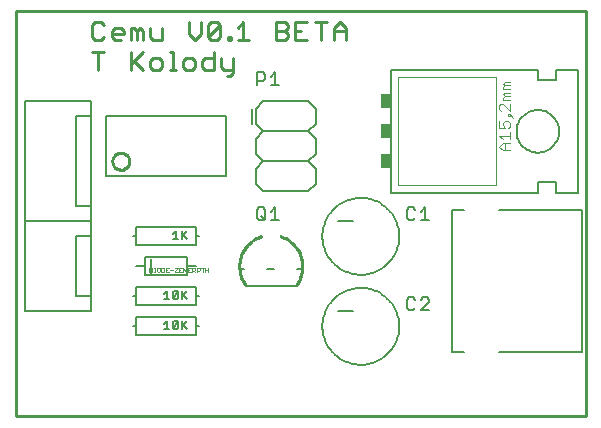
<source format=gto>
G75*
G70*
%OFA0B0*%
%FSLAX24Y24*%
%IPPOS*%
%LPD*%
%AMOC8*
5,1,8,0,0,1.08239X$1,22.5*
%
%ADD10C,0.0110*%
%ADD11C,0.0080*%
%ADD12C,0.0100*%
%ADD13C,0.0060*%
%ADD14C,0.0020*%
%ADD15C,0.0040*%
%ADD16R,0.0350X0.0500*%
%ADD17C,0.0050*%
%ADD18C,0.0010*%
D10*
X007280Y011588D02*
X007379Y011588D01*
X007477Y011687D01*
X007477Y012179D01*
X007084Y012179D02*
X007084Y011883D01*
X007182Y011785D01*
X007477Y011785D01*
X006833Y011785D02*
X006538Y011785D01*
X006439Y011883D01*
X006439Y012080D01*
X006538Y012179D01*
X006833Y012179D01*
X006833Y012376D02*
X006833Y011785D01*
X006188Y011883D02*
X006188Y012080D01*
X006090Y012179D01*
X005893Y012179D01*
X005795Y012080D01*
X005795Y011883D01*
X005893Y011785D01*
X006090Y011785D01*
X006188Y011883D01*
X005562Y011785D02*
X005365Y011785D01*
X005463Y011785D02*
X005463Y012376D01*
X005365Y012376D01*
X005114Y012080D02*
X005016Y012179D01*
X004819Y012179D01*
X004720Y012080D01*
X004720Y011883D01*
X004819Y011785D01*
X005016Y011785D01*
X005114Y011883D01*
X005114Y012080D01*
X004470Y011785D02*
X004174Y012080D01*
X004076Y011982D02*
X004470Y012376D01*
X004076Y012376D02*
X004076Y011785D01*
X003180Y012376D02*
X002787Y012376D01*
X002984Y012376D02*
X002984Y011785D01*
X002885Y012785D02*
X003082Y012785D01*
X003180Y012883D01*
X003431Y012883D02*
X003431Y013080D01*
X003530Y013179D01*
X003727Y013179D01*
X003825Y013080D01*
X003825Y012982D01*
X003431Y012982D01*
X003431Y012883D02*
X003530Y012785D01*
X003727Y012785D01*
X004076Y012785D02*
X004076Y013179D01*
X004174Y013179D01*
X004273Y013080D01*
X004371Y013179D01*
X004470Y013080D01*
X004470Y012785D01*
X004273Y012785D02*
X004273Y013080D01*
X004720Y013179D02*
X004720Y012883D01*
X004819Y012785D01*
X005114Y012785D01*
X005114Y013179D01*
X006009Y013376D02*
X006009Y012982D01*
X006206Y012785D01*
X006403Y012982D01*
X006403Y013376D01*
X006654Y013277D02*
X006752Y013376D01*
X006949Y013376D01*
X007048Y013277D01*
X006654Y012883D01*
X006752Y012785D01*
X006949Y012785D01*
X007048Y012883D01*
X007048Y013277D01*
X006654Y013277D02*
X006654Y012883D01*
X007299Y012883D02*
X007299Y012785D01*
X007397Y012785D01*
X007397Y012883D01*
X007299Y012883D01*
X007621Y012785D02*
X008014Y012785D01*
X007818Y012785D02*
X007818Y013376D01*
X007621Y013179D01*
X008910Y013080D02*
X009205Y013080D01*
X009303Y012982D01*
X009303Y012883D01*
X009205Y012785D01*
X008910Y012785D01*
X008910Y013376D01*
X009205Y013376D01*
X009303Y013277D01*
X009303Y013179D01*
X009205Y013080D01*
X009554Y013080D02*
X009751Y013080D01*
X009554Y012785D02*
X009948Y012785D01*
X009554Y012785D02*
X009554Y013376D01*
X009948Y013376D01*
X010199Y013376D02*
X010593Y013376D01*
X010396Y013376D02*
X010396Y012785D01*
X010843Y012785D02*
X010843Y013179D01*
X011040Y013376D01*
X011237Y013179D01*
X011237Y012785D01*
X011237Y013080D02*
X010843Y013080D01*
X003180Y013277D02*
X003082Y013376D01*
X002885Y013376D01*
X002787Y013277D01*
X002787Y012883D01*
X002885Y012785D01*
D11*
X003232Y010230D02*
X003232Y008630D01*
X003232Y008830D01*
X003232Y008630D02*
X003232Y008230D01*
X007232Y008230D01*
X007232Y010230D01*
X003232Y010230D01*
X008100Y009980D02*
X008100Y010480D01*
X008232Y010480D02*
X008232Y009980D01*
X008482Y009730D01*
X009982Y009730D01*
X010232Y009480D01*
X010232Y008980D01*
X009982Y008730D01*
X008482Y008730D01*
X008232Y008480D01*
X008232Y007980D01*
X008482Y007730D01*
X009982Y007730D01*
X010232Y007980D01*
X010232Y008480D01*
X009982Y008730D01*
X009982Y009730D02*
X010232Y009980D01*
X010232Y010480D01*
X009982Y010730D01*
X008482Y010730D01*
X008232Y010480D01*
X008272Y011270D02*
X008272Y011690D01*
X008482Y011690D01*
X008552Y011620D01*
X008552Y011480D01*
X008482Y011410D01*
X008272Y011410D01*
X008732Y011270D02*
X009012Y011270D01*
X008872Y011270D02*
X008872Y011690D01*
X008732Y011550D01*
X008482Y009730D02*
X008232Y009480D01*
X008232Y008980D01*
X008482Y008730D01*
X008482Y007190D02*
X008342Y007190D01*
X008272Y007120D01*
X008272Y006840D01*
X008342Y006770D01*
X008482Y006770D01*
X008552Y006840D01*
X008552Y007120D01*
X008482Y007190D01*
X008732Y007050D02*
X008872Y007190D01*
X008872Y006770D01*
X008732Y006770D02*
X009012Y006770D01*
X008552Y006770D02*
X008412Y006910D01*
X006332Y006230D02*
X006232Y006230D01*
X006232Y005930D01*
X004232Y005930D01*
X004232Y006230D01*
X004132Y006230D01*
X004232Y006230D02*
X004232Y006530D01*
X006232Y006530D01*
X006232Y006230D01*
X005932Y005530D02*
X005932Y005230D01*
X006232Y005230D01*
X005932Y005230D02*
X005932Y004930D01*
X004532Y004930D01*
X004532Y005230D01*
X004232Y005230D01*
X004532Y005230D02*
X004532Y005530D01*
X005932Y005530D01*
X004732Y005480D02*
X004732Y004980D01*
X004232Y004530D02*
X006232Y004530D01*
X006232Y004230D01*
X006332Y004230D01*
X006232Y004230D02*
X006232Y003930D01*
X004232Y003930D01*
X004232Y004230D01*
X004132Y004230D01*
X004232Y004230D02*
X004232Y004530D01*
X004232Y003530D02*
X006232Y003530D01*
X006232Y003230D01*
X006332Y003230D01*
X006232Y003230D02*
X006232Y002930D01*
X004232Y002930D01*
X004232Y003230D01*
X004132Y003230D01*
X004232Y003230D02*
X004232Y003530D01*
X007687Y005130D02*
X007845Y005130D01*
X007907Y004580D02*
X009556Y004580D01*
X009619Y005130D02*
X009777Y005130D01*
X008845Y005130D02*
X008619Y005130D01*
X010982Y003730D02*
X011482Y003730D01*
X010452Y003230D02*
X010454Y003301D01*
X010460Y003372D01*
X010470Y003443D01*
X010484Y003512D01*
X010501Y003581D01*
X010523Y003649D01*
X010548Y003716D01*
X010577Y003781D01*
X010609Y003844D01*
X010645Y003906D01*
X010684Y003965D01*
X010727Y004022D01*
X010772Y004077D01*
X010821Y004129D01*
X010872Y004178D01*
X010926Y004224D01*
X010983Y004268D01*
X011041Y004308D01*
X011102Y004344D01*
X011165Y004378D01*
X011230Y004407D01*
X011296Y004433D01*
X011364Y004456D01*
X011432Y004474D01*
X011502Y004489D01*
X011572Y004500D01*
X011643Y004507D01*
X011714Y004510D01*
X011785Y004509D01*
X011856Y004504D01*
X011927Y004495D01*
X011997Y004482D01*
X012066Y004466D01*
X012134Y004445D01*
X012201Y004421D01*
X012267Y004393D01*
X012330Y004361D01*
X012392Y004326D01*
X012452Y004288D01*
X012510Y004246D01*
X012565Y004202D01*
X012618Y004154D01*
X012668Y004103D01*
X012715Y004050D01*
X012759Y003994D01*
X012800Y003936D01*
X012838Y003875D01*
X012872Y003813D01*
X012902Y003748D01*
X012929Y003683D01*
X012953Y003615D01*
X012972Y003547D01*
X012988Y003478D01*
X013000Y003407D01*
X013008Y003337D01*
X013012Y003266D01*
X013012Y003194D01*
X013008Y003123D01*
X013000Y003053D01*
X012988Y002982D01*
X012972Y002913D01*
X012953Y002845D01*
X012929Y002777D01*
X012902Y002712D01*
X012872Y002647D01*
X012838Y002585D01*
X012800Y002524D01*
X012759Y002466D01*
X012715Y002410D01*
X012668Y002357D01*
X012618Y002306D01*
X012565Y002258D01*
X012510Y002214D01*
X012452Y002172D01*
X012392Y002134D01*
X012330Y002099D01*
X012267Y002067D01*
X012201Y002039D01*
X012134Y002015D01*
X012066Y001994D01*
X011997Y001978D01*
X011927Y001965D01*
X011856Y001956D01*
X011785Y001951D01*
X011714Y001950D01*
X011643Y001953D01*
X011572Y001960D01*
X011502Y001971D01*
X011432Y001986D01*
X011364Y002004D01*
X011296Y002027D01*
X011230Y002053D01*
X011165Y002082D01*
X011102Y002116D01*
X011041Y002152D01*
X010983Y002192D01*
X010926Y002236D01*
X010872Y002282D01*
X010821Y002331D01*
X010772Y002383D01*
X010727Y002438D01*
X010684Y002495D01*
X010645Y002554D01*
X010609Y002616D01*
X010577Y002679D01*
X010548Y002744D01*
X010523Y002811D01*
X010501Y002879D01*
X010484Y002948D01*
X010470Y003017D01*
X010460Y003088D01*
X010454Y003159D01*
X010452Y003230D01*
X013272Y003840D02*
X013342Y003770D01*
X013482Y003770D01*
X013552Y003840D01*
X013732Y003770D02*
X014012Y004050D01*
X014012Y004120D01*
X013942Y004190D01*
X013802Y004190D01*
X013732Y004120D01*
X013552Y004120D02*
X013482Y004190D01*
X013342Y004190D01*
X013272Y004120D01*
X013272Y003840D01*
X013732Y003770D02*
X014012Y003770D01*
X014779Y002368D02*
X015173Y002368D01*
X014779Y002368D02*
X014779Y007092D01*
X015173Y007092D01*
X016354Y007092D02*
X019110Y007092D01*
X019110Y002368D01*
X016354Y002368D01*
X010452Y006230D02*
X010454Y006301D01*
X010460Y006372D01*
X010470Y006443D01*
X010484Y006512D01*
X010501Y006581D01*
X010523Y006649D01*
X010548Y006716D01*
X010577Y006781D01*
X010609Y006844D01*
X010645Y006906D01*
X010684Y006965D01*
X010727Y007022D01*
X010772Y007077D01*
X010821Y007129D01*
X010872Y007178D01*
X010926Y007224D01*
X010983Y007268D01*
X011041Y007308D01*
X011102Y007344D01*
X011165Y007378D01*
X011230Y007407D01*
X011296Y007433D01*
X011364Y007456D01*
X011432Y007474D01*
X011502Y007489D01*
X011572Y007500D01*
X011643Y007507D01*
X011714Y007510D01*
X011785Y007509D01*
X011856Y007504D01*
X011927Y007495D01*
X011997Y007482D01*
X012066Y007466D01*
X012134Y007445D01*
X012201Y007421D01*
X012267Y007393D01*
X012330Y007361D01*
X012392Y007326D01*
X012452Y007288D01*
X012510Y007246D01*
X012565Y007202D01*
X012618Y007154D01*
X012668Y007103D01*
X012715Y007050D01*
X012759Y006994D01*
X012800Y006936D01*
X012838Y006875D01*
X012872Y006813D01*
X012902Y006748D01*
X012929Y006683D01*
X012953Y006615D01*
X012972Y006547D01*
X012988Y006478D01*
X013000Y006407D01*
X013008Y006337D01*
X013012Y006266D01*
X013012Y006194D01*
X013008Y006123D01*
X013000Y006053D01*
X012988Y005982D01*
X012972Y005913D01*
X012953Y005845D01*
X012929Y005777D01*
X012902Y005712D01*
X012872Y005647D01*
X012838Y005585D01*
X012800Y005524D01*
X012759Y005466D01*
X012715Y005410D01*
X012668Y005357D01*
X012618Y005306D01*
X012565Y005258D01*
X012510Y005214D01*
X012452Y005172D01*
X012392Y005134D01*
X012330Y005099D01*
X012267Y005067D01*
X012201Y005039D01*
X012134Y005015D01*
X012066Y004994D01*
X011997Y004978D01*
X011927Y004965D01*
X011856Y004956D01*
X011785Y004951D01*
X011714Y004950D01*
X011643Y004953D01*
X011572Y004960D01*
X011502Y004971D01*
X011432Y004986D01*
X011364Y005004D01*
X011296Y005027D01*
X011230Y005053D01*
X011165Y005082D01*
X011102Y005116D01*
X011041Y005152D01*
X010983Y005192D01*
X010926Y005236D01*
X010872Y005282D01*
X010821Y005331D01*
X010772Y005383D01*
X010727Y005438D01*
X010684Y005495D01*
X010645Y005554D01*
X010609Y005616D01*
X010577Y005679D01*
X010548Y005744D01*
X010523Y005811D01*
X010501Y005879D01*
X010484Y005948D01*
X010470Y006017D01*
X010460Y006088D01*
X010454Y006159D01*
X010452Y006230D01*
X010982Y006730D02*
X011482Y006730D01*
X013272Y006840D02*
X013342Y006770D01*
X013482Y006770D01*
X013552Y006840D01*
X013482Y006770D01*
X013342Y006770D01*
X013272Y006840D01*
X013272Y007120D01*
X013342Y007190D01*
X013482Y007190D01*
X013552Y007120D01*
X013482Y007190D01*
X013342Y007190D01*
X013272Y007120D01*
X013272Y006840D01*
X013732Y006770D02*
X014012Y006770D01*
X013732Y006770D01*
X013872Y006770D02*
X013872Y007190D01*
X013732Y007050D01*
X013872Y007190D01*
X013872Y006770D01*
D12*
X019232Y000230D02*
X000232Y000230D01*
X000232Y013730D01*
X019232Y013730D01*
X019232Y000230D01*
X003449Y008730D02*
X003451Y008763D01*
X003457Y008796D01*
X003467Y008829D01*
X003480Y008859D01*
X003497Y008888D01*
X003518Y008915D01*
X003541Y008939D01*
X003567Y008960D01*
X003595Y008978D01*
X003626Y008992D01*
X003657Y009003D01*
X003690Y009010D01*
X003724Y009013D01*
X003757Y009012D01*
X003790Y009007D01*
X003823Y008998D01*
X003854Y008985D01*
X003883Y008969D01*
X003910Y008950D01*
X003935Y008927D01*
X003957Y008902D01*
X003976Y008874D01*
X003991Y008844D01*
X004003Y008813D01*
X004011Y008780D01*
X004015Y008747D01*
X004015Y008713D01*
X004011Y008680D01*
X004003Y008647D01*
X003991Y008616D01*
X003976Y008586D01*
X003957Y008558D01*
X003935Y008533D01*
X003910Y008510D01*
X003883Y008491D01*
X003854Y008475D01*
X003823Y008462D01*
X003790Y008453D01*
X003757Y008448D01*
X003724Y008447D01*
X003690Y008450D01*
X003657Y008457D01*
X003626Y008468D01*
X003595Y008482D01*
X003567Y008500D01*
X003541Y008521D01*
X003518Y008545D01*
X003497Y008572D01*
X003480Y008601D01*
X003467Y008631D01*
X003457Y008664D01*
X003451Y008697D01*
X003449Y008730D01*
D13*
X012732Y007680D02*
X017632Y007680D01*
X017632Y008030D01*
X018232Y008030D01*
X018232Y007680D01*
X018982Y007680D01*
X018982Y011780D01*
X018232Y011780D01*
X018232Y011430D01*
X017632Y011430D01*
X017632Y011780D01*
X012732Y011780D01*
X012732Y007680D01*
X016922Y009730D02*
X016924Y009783D01*
X016930Y009836D01*
X016940Y009888D01*
X016954Y009939D01*
X016971Y009989D01*
X016992Y010038D01*
X017017Y010085D01*
X017045Y010130D01*
X017077Y010173D01*
X017112Y010213D01*
X017149Y010250D01*
X017189Y010285D01*
X017232Y010317D01*
X017277Y010345D01*
X017324Y010370D01*
X017373Y010391D01*
X017423Y010408D01*
X017474Y010422D01*
X017526Y010432D01*
X017579Y010438D01*
X017632Y010440D01*
X017685Y010438D01*
X017738Y010432D01*
X017790Y010422D01*
X017841Y010408D01*
X017891Y010391D01*
X017940Y010370D01*
X017987Y010345D01*
X018032Y010317D01*
X018075Y010285D01*
X018115Y010250D01*
X018152Y010213D01*
X018187Y010173D01*
X018219Y010130D01*
X018247Y010085D01*
X018272Y010038D01*
X018293Y009989D01*
X018310Y009939D01*
X018324Y009888D01*
X018334Y009836D01*
X018340Y009783D01*
X018342Y009730D01*
X018340Y009677D01*
X018334Y009624D01*
X018324Y009572D01*
X018310Y009521D01*
X018293Y009471D01*
X018272Y009422D01*
X018247Y009375D01*
X018219Y009330D01*
X018187Y009287D01*
X018152Y009247D01*
X018115Y009210D01*
X018075Y009175D01*
X018032Y009143D01*
X017987Y009115D01*
X017940Y009090D01*
X017891Y009069D01*
X017841Y009052D01*
X017790Y009038D01*
X017738Y009028D01*
X017685Y009022D01*
X017632Y009020D01*
X017579Y009022D01*
X017526Y009028D01*
X017474Y009038D01*
X017423Y009052D01*
X017373Y009069D01*
X017324Y009090D01*
X017277Y009115D01*
X017232Y009143D01*
X017189Y009175D01*
X017149Y009210D01*
X017112Y009247D01*
X017077Y009287D01*
X017045Y009330D01*
X017017Y009375D01*
X016992Y009422D01*
X016971Y009471D01*
X016954Y009521D01*
X016940Y009572D01*
X016930Y009624D01*
X016924Y009677D01*
X016922Y009730D01*
D14*
X016232Y007930D02*
X016232Y011530D01*
X012982Y011530D01*
X012982Y007930D01*
X016232Y007930D01*
D15*
X016468Y009106D02*
X016352Y009223D01*
X016468Y009340D01*
X016702Y009340D01*
X016702Y009465D02*
X016702Y009699D01*
X016702Y009582D02*
X016352Y009582D01*
X016468Y009465D01*
X016527Y009340D02*
X016527Y009106D01*
X016468Y009106D02*
X016702Y009106D01*
X016643Y009824D02*
X016702Y009883D01*
X016702Y009999D01*
X016643Y010058D01*
X016527Y010058D01*
X016468Y009999D01*
X016468Y009941D01*
X016527Y009824D01*
X016352Y009824D01*
X016352Y010058D01*
X016643Y010242D02*
X016702Y010242D01*
X016702Y010300D01*
X016643Y010300D01*
X016643Y010242D01*
X016702Y010300D02*
X016819Y010183D01*
X016702Y010423D02*
X016468Y010656D01*
X016410Y010656D01*
X016352Y010598D01*
X016352Y010481D01*
X016410Y010423D01*
X016702Y010423D02*
X016702Y010656D01*
X016702Y010782D02*
X016468Y010782D01*
X016468Y010840D01*
X016527Y010899D01*
X016468Y010957D01*
X016527Y011015D01*
X016702Y011015D01*
X016702Y010899D02*
X016527Y010899D01*
X016468Y011141D02*
X016468Y011199D01*
X016527Y011258D01*
X016468Y011316D01*
X016527Y011374D01*
X016702Y011374D01*
X016702Y011258D02*
X016527Y011258D01*
X016468Y011141D02*
X016702Y011141D01*
D16*
X012557Y010730D03*
X012557Y009730D03*
X012557Y008730D03*
D17*
X005942Y006405D02*
X005762Y006225D01*
X005807Y006270D02*
X005942Y006135D01*
X005762Y006135D02*
X005762Y006405D01*
X005558Y006405D02*
X005558Y006135D01*
X005468Y006135D02*
X005648Y006135D01*
X005468Y006315D02*
X005558Y006405D01*
X005513Y004405D02*
X005603Y004405D01*
X005648Y004360D01*
X005468Y004180D01*
X005513Y004135D01*
X005603Y004135D01*
X005648Y004180D01*
X005648Y004360D01*
X005762Y004405D02*
X005762Y004135D01*
X005762Y004225D02*
X005942Y004405D01*
X005807Y004270D02*
X005942Y004135D01*
X005468Y004180D02*
X005468Y004360D01*
X005513Y004405D01*
X005263Y004405D02*
X005173Y004315D01*
X005263Y004405D02*
X005263Y004135D01*
X005173Y004135D02*
X005353Y004135D01*
X005263Y003405D02*
X005263Y003135D01*
X005173Y003135D02*
X005353Y003135D01*
X005468Y003180D02*
X005648Y003360D01*
X005648Y003180D01*
X005603Y003135D01*
X005513Y003135D01*
X005468Y003180D01*
X005468Y003360D01*
X005513Y003405D01*
X005603Y003405D01*
X005648Y003360D01*
X005762Y003405D02*
X005762Y003135D01*
X005762Y003225D02*
X005942Y003405D01*
X005807Y003270D02*
X005942Y003135D01*
X005263Y003405D02*
X005173Y003315D01*
X002732Y003730D02*
X002732Y004230D01*
X002232Y004230D01*
X002232Y006230D01*
X002732Y006230D01*
X002732Y004230D01*
X002732Y003730D02*
X000532Y003730D01*
X000532Y006730D01*
X000532Y010730D01*
X002732Y010730D01*
X002732Y010230D01*
X002232Y010230D01*
X002232Y007230D01*
X002732Y007230D01*
X002732Y006730D01*
X000532Y006730D01*
X002732Y006730D01*
X002732Y006230D01*
X002732Y007230D02*
X002732Y010230D01*
D18*
X004687Y005185D02*
X004762Y005185D01*
X004787Y005160D01*
X004787Y005060D01*
X004762Y005035D01*
X004687Y005035D01*
X004687Y005185D01*
X004834Y005185D02*
X004884Y005185D01*
X004859Y005185D02*
X004859Y005035D01*
X004834Y005035D02*
X004884Y005035D01*
X004932Y005060D02*
X004957Y005035D01*
X005007Y005035D01*
X005032Y005060D01*
X005032Y005160D01*
X005007Y005185D01*
X004957Y005185D01*
X004932Y005160D01*
X004932Y005060D01*
X005080Y005035D02*
X005155Y005035D01*
X005180Y005060D01*
X005180Y005160D01*
X005155Y005185D01*
X005080Y005185D01*
X005080Y005035D01*
X005227Y005035D02*
X005227Y005185D01*
X005327Y005185D01*
X005374Y005110D02*
X005474Y005110D01*
X005522Y005060D02*
X005522Y005035D01*
X005622Y005035D01*
X005669Y005035D02*
X005769Y005035D01*
X005816Y005035D02*
X005816Y005185D01*
X005916Y005035D01*
X005916Y005185D01*
X005964Y005185D02*
X005964Y005035D01*
X006064Y005035D01*
X006111Y005035D02*
X006111Y005185D01*
X006186Y005185D01*
X006211Y005160D01*
X006211Y005110D01*
X006186Y005085D01*
X006111Y005085D01*
X006161Y005085D02*
X006211Y005035D01*
X006258Y005035D02*
X006258Y005185D01*
X006333Y005185D01*
X006358Y005160D01*
X006358Y005110D01*
X006333Y005085D01*
X006258Y005085D01*
X006406Y005185D02*
X006506Y005185D01*
X006553Y005185D02*
X006553Y005035D01*
X006553Y005110D02*
X006653Y005110D01*
X006653Y005185D02*
X006653Y005035D01*
X006456Y005035D02*
X006456Y005185D01*
X006064Y005185D02*
X005964Y005185D01*
X005964Y005110D02*
X006014Y005110D01*
X005769Y005185D02*
X005669Y005185D01*
X005669Y005035D01*
X005669Y005110D02*
X005719Y005110D01*
X005622Y005160D02*
X005522Y005060D01*
X005522Y005185D02*
X005622Y005185D01*
X005622Y005160D01*
X005327Y005035D02*
X005227Y005035D01*
X005227Y005110D02*
X005277Y005110D01*
X009587Y004563D02*
X009532Y004606D01*
X009568Y004655D01*
X009602Y004706D01*
X009631Y004760D01*
X009658Y004815D01*
X009682Y004871D01*
X009701Y004929D01*
X009718Y004988D01*
X009731Y005048D01*
X009740Y005108D01*
X009745Y005169D01*
X009747Y005231D01*
X009745Y005292D01*
X009740Y005353D01*
X009730Y005413D01*
X009717Y005473D01*
X009701Y005532D01*
X009681Y005590D01*
X009658Y005646D01*
X009631Y005701D01*
X009601Y005755D01*
X009568Y005806D01*
X009532Y005855D01*
X009492Y005902D01*
X009451Y005947D01*
X009406Y005989D01*
X009359Y006028D01*
X009310Y006064D01*
X009259Y006098D01*
X009205Y006128D01*
X009150Y006155D01*
X009094Y006178D01*
X009036Y006198D01*
X009056Y006265D01*
X009057Y006265D01*
X009118Y006244D01*
X009179Y006219D01*
X009238Y006190D01*
X009295Y006158D01*
X009349Y006122D01*
X009402Y006083D01*
X009452Y006041D01*
X009500Y005996D01*
X009545Y005949D01*
X009587Y005899D01*
X009625Y005846D01*
X009661Y005791D01*
X009693Y005734D01*
X009722Y005675D01*
X009747Y005615D01*
X009768Y005553D01*
X009785Y005490D01*
X009799Y005426D01*
X009809Y005361D01*
X009815Y005296D01*
X009817Y005230D01*
X009815Y005165D01*
X009809Y005100D01*
X009799Y005035D01*
X009786Y004971D01*
X009768Y004908D01*
X009747Y004846D01*
X009722Y004786D01*
X009693Y004727D01*
X009661Y004670D01*
X009626Y004615D01*
X009587Y004562D01*
X009580Y004568D01*
X009618Y004620D01*
X009654Y004675D01*
X009685Y004731D01*
X009714Y004790D01*
X009739Y004850D01*
X009760Y004911D01*
X009777Y004973D01*
X009791Y005037D01*
X009800Y005101D01*
X009806Y005166D01*
X009808Y005230D01*
X009806Y005295D01*
X009800Y005360D01*
X009790Y005424D01*
X009777Y005488D01*
X009759Y005550D01*
X009738Y005611D01*
X009713Y005671D01*
X009685Y005730D01*
X009653Y005786D01*
X009618Y005841D01*
X009580Y005893D01*
X009538Y005943D01*
X009494Y005990D01*
X009446Y006035D01*
X009397Y006076D01*
X009344Y006115D01*
X009290Y006150D01*
X009233Y006182D01*
X009175Y006210D01*
X009115Y006235D01*
X009054Y006257D01*
X009051Y006248D01*
X009112Y006227D01*
X009172Y006202D01*
X009229Y006174D01*
X009285Y006142D01*
X009339Y006107D01*
X009391Y006069D01*
X009440Y006028D01*
X009487Y005984D01*
X009531Y005937D01*
X009572Y005887D01*
X009611Y005836D01*
X009645Y005782D01*
X009677Y005725D01*
X009705Y005668D01*
X009730Y005608D01*
X009751Y005547D01*
X009768Y005485D01*
X009781Y005422D01*
X009791Y005359D01*
X009797Y005295D01*
X009799Y005231D01*
X009797Y005166D01*
X009791Y005102D01*
X009782Y005039D01*
X009768Y004976D01*
X009751Y004914D01*
X009730Y004853D01*
X009706Y004793D01*
X009677Y004735D01*
X009646Y004679D01*
X009611Y004625D01*
X009573Y004573D01*
X009566Y004579D01*
X009604Y004630D01*
X009638Y004684D01*
X009670Y004740D01*
X009697Y004797D01*
X009722Y004856D01*
X009742Y004916D01*
X009759Y004978D01*
X009773Y005040D01*
X009782Y005103D01*
X009788Y005167D01*
X009790Y005231D01*
X009788Y005294D01*
X009782Y005358D01*
X009773Y005421D01*
X009759Y005483D01*
X009742Y005545D01*
X009721Y005605D01*
X009697Y005664D01*
X009669Y005721D01*
X009638Y005777D01*
X009603Y005830D01*
X009565Y005882D01*
X009525Y005931D01*
X009481Y005977D01*
X009434Y006021D01*
X009386Y006062D01*
X009334Y006100D01*
X009281Y006135D01*
X009225Y006166D01*
X009168Y006194D01*
X009109Y006219D01*
X009049Y006239D01*
X009046Y006231D01*
X009106Y006210D01*
X009164Y006186D01*
X009221Y006158D01*
X009276Y006127D01*
X009329Y006092D01*
X009380Y006055D01*
X009429Y006014D01*
X009475Y005971D01*
X009518Y005925D01*
X009558Y005876D01*
X009596Y005825D01*
X009630Y005772D01*
X009661Y005717D01*
X009689Y005660D01*
X009713Y005602D01*
X009734Y005542D01*
X009751Y005481D01*
X009764Y005419D01*
X009773Y005357D01*
X009779Y005294D01*
X009781Y005231D01*
X009779Y005167D01*
X009773Y005104D01*
X009764Y005042D01*
X009751Y004980D01*
X009734Y004919D01*
X009713Y004859D01*
X009689Y004801D01*
X009662Y004744D01*
X009631Y004689D01*
X009596Y004636D01*
X009559Y004585D01*
X009552Y004590D01*
X009589Y004641D01*
X009623Y004693D01*
X009654Y004748D01*
X009681Y004804D01*
X009705Y004862D01*
X009725Y004922D01*
X009742Y004982D01*
X009755Y005043D01*
X009765Y005105D01*
X009770Y005168D01*
X009772Y005231D01*
X009770Y005293D01*
X009764Y005356D01*
X009755Y005418D01*
X009742Y005479D01*
X009725Y005539D01*
X009704Y005599D01*
X009681Y005657D01*
X009653Y005713D01*
X009622Y005768D01*
X009588Y005820D01*
X009551Y005871D01*
X009511Y005919D01*
X009468Y005965D01*
X009423Y006008D01*
X009374Y006048D01*
X009324Y006085D01*
X009271Y006119D01*
X009217Y006150D01*
X009161Y006178D01*
X009103Y006202D01*
X009043Y006222D01*
X009041Y006214D01*
X009099Y006193D01*
X009157Y006169D01*
X009213Y006142D01*
X009267Y006111D01*
X009319Y006078D01*
X009369Y006041D01*
X009417Y006001D01*
X009462Y005958D01*
X009504Y005913D01*
X009544Y005865D01*
X009581Y005815D01*
X009615Y005763D01*
X009645Y005709D01*
X009672Y005653D01*
X009696Y005595D01*
X009716Y005537D01*
X009733Y005477D01*
X009746Y005416D01*
X009755Y005355D01*
X009761Y005293D01*
X009763Y005231D01*
X009761Y005168D01*
X009756Y005107D01*
X009746Y005045D01*
X009733Y004984D01*
X009717Y004924D01*
X009696Y004866D01*
X009673Y004808D01*
X009646Y004752D01*
X009615Y004698D01*
X009582Y004646D01*
X009545Y004596D01*
X009538Y004601D01*
X009574Y004651D01*
X009607Y004703D01*
X009638Y004756D01*
X009665Y004812D01*
X009688Y004869D01*
X009708Y004927D01*
X009725Y004986D01*
X009737Y005047D01*
X009747Y005108D01*
X009752Y005169D01*
X009754Y005231D01*
X009752Y005292D01*
X009747Y005353D01*
X009737Y005414D01*
X009724Y005475D01*
X009708Y005534D01*
X009688Y005592D01*
X009664Y005649D01*
X009637Y005705D01*
X009607Y005758D01*
X009574Y005810D01*
X009537Y005860D01*
X009498Y005907D01*
X009455Y005952D01*
X009411Y005994D01*
X009363Y006034D01*
X009314Y006070D01*
X009262Y006104D01*
X009209Y006134D01*
X009153Y006161D01*
X009096Y006185D01*
X009038Y006205D01*
X008408Y006265D02*
X008428Y006198D01*
X008370Y006178D01*
X008314Y006155D01*
X008259Y006128D01*
X008206Y006098D01*
X008154Y006064D01*
X008105Y006028D01*
X008058Y005989D01*
X008014Y005947D01*
X007972Y005902D01*
X007932Y005855D01*
X007896Y005806D01*
X007863Y005755D01*
X007833Y005701D01*
X007806Y005646D01*
X007783Y005590D01*
X007763Y005532D01*
X007747Y005473D01*
X007734Y005413D01*
X007724Y005353D01*
X007719Y005292D01*
X007717Y005231D01*
X007719Y005169D01*
X007724Y005108D01*
X007733Y005048D01*
X007746Y004988D01*
X007763Y004929D01*
X007782Y004871D01*
X007806Y004815D01*
X007833Y004760D01*
X007862Y004706D01*
X007896Y004655D01*
X007932Y004606D01*
X007877Y004563D01*
X007877Y004562D01*
X007838Y004615D01*
X007803Y004670D01*
X007771Y004727D01*
X007742Y004786D01*
X007717Y004846D01*
X007696Y004908D01*
X007678Y004971D01*
X007665Y005035D01*
X007655Y005100D01*
X007649Y005165D01*
X007647Y005231D01*
X007649Y005296D01*
X007655Y005361D01*
X007665Y005426D01*
X007679Y005490D01*
X007696Y005553D01*
X007717Y005615D01*
X007742Y005675D01*
X007771Y005734D01*
X007803Y005791D01*
X007839Y005846D01*
X007877Y005899D01*
X007919Y005949D01*
X007964Y005996D01*
X008012Y006041D01*
X008062Y006083D01*
X008115Y006122D01*
X008169Y006158D01*
X008226Y006190D01*
X008285Y006219D01*
X008346Y006244D01*
X008407Y006265D01*
X008410Y006257D01*
X008349Y006235D01*
X008289Y006210D01*
X008231Y006182D01*
X008174Y006150D01*
X008120Y006115D01*
X008067Y006076D01*
X008018Y006035D01*
X007970Y005990D01*
X007926Y005943D01*
X007885Y005893D01*
X007846Y005841D01*
X007811Y005786D01*
X007779Y005730D01*
X007751Y005671D01*
X007726Y005611D01*
X007705Y005550D01*
X007687Y005488D01*
X007674Y005424D01*
X007664Y005360D01*
X007658Y005295D01*
X007656Y005231D01*
X007658Y005166D01*
X007664Y005101D01*
X007673Y005037D01*
X007687Y004973D01*
X007704Y004911D01*
X007725Y004850D01*
X007750Y004790D01*
X007779Y004731D01*
X007810Y004675D01*
X007845Y004620D01*
X007884Y004568D01*
X007891Y004573D01*
X007853Y004625D01*
X007818Y004679D01*
X007787Y004735D01*
X007758Y004793D01*
X007734Y004853D01*
X007713Y004914D01*
X007696Y004976D01*
X007682Y005039D01*
X007673Y005102D01*
X007667Y005166D01*
X007665Y005231D01*
X007667Y005295D01*
X007673Y005359D01*
X007683Y005422D01*
X007696Y005485D01*
X007713Y005547D01*
X007734Y005608D01*
X007759Y005668D01*
X007787Y005725D01*
X007819Y005782D01*
X007853Y005836D01*
X007892Y005887D01*
X007933Y005937D01*
X007977Y005984D01*
X008024Y006028D01*
X008073Y006069D01*
X008125Y006107D01*
X008179Y006142D01*
X008235Y006174D01*
X008292Y006202D01*
X008352Y006227D01*
X008413Y006248D01*
X008415Y006239D01*
X008355Y006219D01*
X008296Y006194D01*
X008239Y006166D01*
X008183Y006135D01*
X008130Y006100D01*
X008078Y006062D01*
X008030Y006021D01*
X007983Y005977D01*
X007939Y005931D01*
X007899Y005882D01*
X007861Y005830D01*
X007826Y005777D01*
X007795Y005721D01*
X007767Y005664D01*
X007743Y005605D01*
X007722Y005545D01*
X007705Y005483D01*
X007691Y005421D01*
X007682Y005358D01*
X007676Y005294D01*
X007674Y005231D01*
X007676Y005167D01*
X007682Y005103D01*
X007691Y005040D01*
X007704Y004978D01*
X007722Y004916D01*
X007742Y004856D01*
X007767Y004797D01*
X007794Y004740D01*
X007826Y004684D01*
X007860Y004630D01*
X007898Y004579D01*
X007905Y004585D01*
X007868Y004636D01*
X007833Y004689D01*
X007802Y004744D01*
X007775Y004801D01*
X007751Y004859D01*
X007730Y004919D01*
X007713Y004980D01*
X007700Y005042D01*
X007691Y005104D01*
X007685Y005167D01*
X007683Y005231D01*
X007685Y005294D01*
X007691Y005357D01*
X007700Y005419D01*
X007713Y005481D01*
X007730Y005542D01*
X007751Y005602D01*
X007775Y005660D01*
X007803Y005717D01*
X007834Y005772D01*
X007868Y005825D01*
X007906Y005876D01*
X007946Y005925D01*
X007989Y005971D01*
X008035Y006014D01*
X008084Y006055D01*
X008135Y006092D01*
X008188Y006127D01*
X008243Y006158D01*
X008300Y006186D01*
X008358Y006210D01*
X008418Y006231D01*
X008421Y006222D01*
X008361Y006202D01*
X008304Y006178D01*
X008247Y006150D01*
X008193Y006119D01*
X008140Y006085D01*
X008090Y006048D01*
X008041Y006008D01*
X007996Y005965D01*
X007953Y005919D01*
X007913Y005871D01*
X007876Y005820D01*
X007842Y005768D01*
X007811Y005713D01*
X007783Y005657D01*
X007760Y005599D01*
X007739Y005539D01*
X007722Y005479D01*
X007709Y005418D01*
X007700Y005356D01*
X007694Y005293D01*
X007692Y005231D01*
X007694Y005168D01*
X007699Y005105D01*
X007709Y005043D01*
X007722Y004982D01*
X007739Y004922D01*
X007759Y004862D01*
X007783Y004804D01*
X007810Y004748D01*
X007841Y004693D01*
X007875Y004641D01*
X007912Y004590D01*
X007919Y004596D01*
X007882Y004646D01*
X007849Y004698D01*
X007818Y004752D01*
X007791Y004808D01*
X007768Y004866D01*
X007747Y004924D01*
X007731Y004984D01*
X007718Y005045D01*
X007708Y005107D01*
X007703Y005168D01*
X007701Y005231D01*
X007703Y005293D01*
X007709Y005355D01*
X007718Y005416D01*
X007731Y005477D01*
X007748Y005537D01*
X007768Y005595D01*
X007792Y005653D01*
X007819Y005709D01*
X007849Y005763D01*
X007883Y005815D01*
X007920Y005865D01*
X007960Y005913D01*
X008002Y005958D01*
X008047Y006001D01*
X008095Y006041D01*
X008145Y006078D01*
X008197Y006111D01*
X008251Y006142D01*
X008307Y006169D01*
X008365Y006193D01*
X008423Y006214D01*
X008426Y006205D01*
X008368Y006185D01*
X008311Y006161D01*
X008256Y006134D01*
X008202Y006104D01*
X008150Y006070D01*
X008101Y006034D01*
X008053Y005994D01*
X008009Y005952D01*
X007966Y005907D01*
X007927Y005860D01*
X007891Y005810D01*
X007857Y005758D01*
X007827Y005705D01*
X007800Y005649D01*
X007776Y005592D01*
X007756Y005534D01*
X007740Y005475D01*
X007727Y005414D01*
X007717Y005354D01*
X007712Y005292D01*
X007710Y005231D01*
X007712Y005169D01*
X007717Y005108D01*
X007727Y005047D01*
X007739Y004986D01*
X007756Y004927D01*
X007776Y004869D01*
X007799Y004812D01*
X007826Y004756D01*
X007856Y004703D01*
X007890Y004651D01*
X007926Y004601D01*
M02*

</source>
